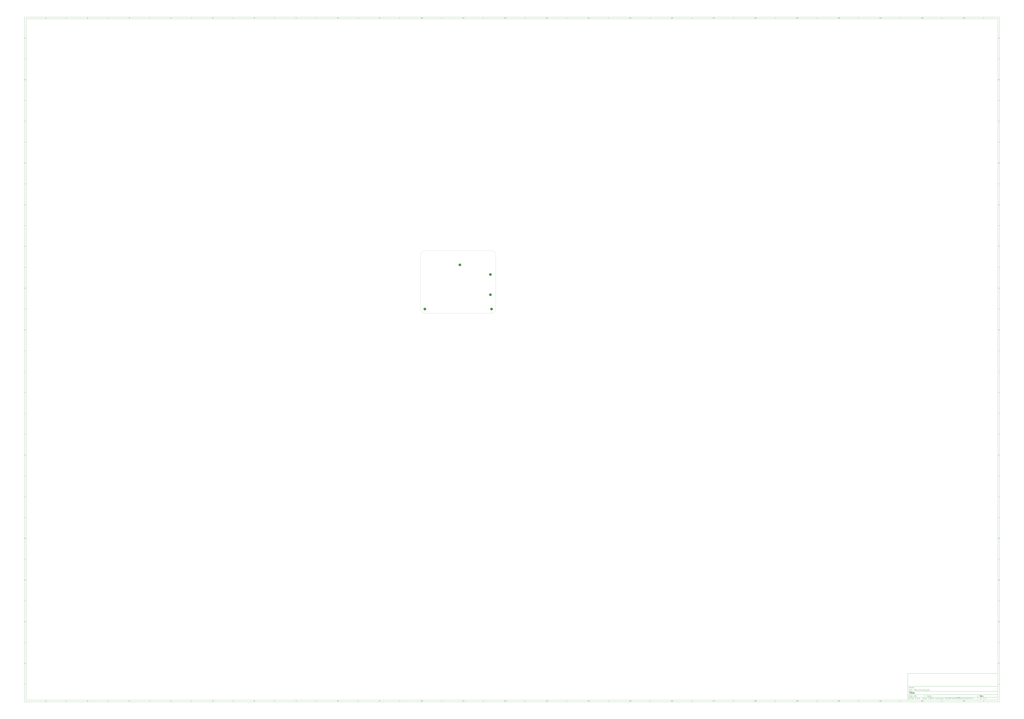
<source format=gbr>
%TF.GenerationSoftware,KiCad,Pcbnew,5.99.0-unknown-912657dd23~106~ubuntu20.04.1*%
%TF.CreationDate,2021-01-02T16:17:54+03:00*%
%TF.ProjectId,CM4_2,434d345f-322e-46b6-9963-61645f706362,rev?*%
%TF.SameCoordinates,PX1ce88340PY15c17540*%
%TF.FileFunction,Profile,NP*%
%FSLAX46Y46*%
G04 Gerber Fmt 4.6, Leading zero omitted, Abs format (unit mm)*
G04 Created by KiCad (PCBNEW 5.99.0-unknown-912657dd23~106~ubuntu20.04.1) date 2021-01-02 16:17:54*
%MOMM*%
%LPD*%
G01*
G04 APERTURE LIST*
%ADD10C,0.100000*%
%ADD11C,0.150000*%
%ADD12C,0.300000*%
%ADD13C,0.400000*%
%TA.AperFunction,Profile*%
%ADD14C,0.100000*%
%TD*%
%TA.AperFunction,Profile*%
%ADD15C,1.650000*%
%TD*%
G04 APERTURE END LIST*
D10*
D11*
X583999400Y-431994000D02*
X583999400Y-463994000D01*
X691999400Y-463994000D01*
X691999400Y-431994000D01*
X583999400Y-431994000D01*
D10*
D11*
X-475000000Y355000000D02*
X-475000000Y-465994000D01*
X693999400Y-465994000D01*
X693999400Y355000000D01*
X-475000000Y355000000D01*
D10*
D11*
X-473000000Y353000000D02*
X-473000000Y-463994000D01*
X691999400Y-463994000D01*
X691999400Y353000000D01*
X-473000000Y353000000D01*
D10*
D11*
X-425000000Y353000000D02*
X-425000000Y355000000D01*
D10*
D11*
X-375000000Y353000000D02*
X-375000000Y355000000D01*
D10*
D11*
X-325000000Y353000000D02*
X-325000000Y355000000D01*
D10*
D11*
X-275000000Y353000000D02*
X-275000000Y355000000D01*
D10*
D11*
X-225000000Y353000000D02*
X-225000000Y355000000D01*
D10*
D11*
X-175000000Y353000000D02*
X-175000000Y355000000D01*
D10*
D11*
X-125000000Y353000000D02*
X-125000000Y355000000D01*
D10*
D11*
X-75000000Y353000000D02*
X-75000000Y355000000D01*
D10*
D11*
X-25000000Y353000000D02*
X-25000000Y355000000D01*
D10*
D11*
X25000000Y353000000D02*
X25000000Y355000000D01*
D10*
D11*
X75000000Y353000000D02*
X75000000Y355000000D01*
D10*
D11*
X125000000Y353000000D02*
X125000000Y355000000D01*
D10*
D11*
X175000000Y353000000D02*
X175000000Y355000000D01*
D10*
D11*
X225000000Y353000000D02*
X225000000Y355000000D01*
D10*
D11*
X275000000Y353000000D02*
X275000000Y355000000D01*
D10*
D11*
X325000000Y353000000D02*
X325000000Y355000000D01*
D10*
D11*
X375000000Y353000000D02*
X375000000Y355000000D01*
D10*
D11*
X425000000Y353000000D02*
X425000000Y355000000D01*
D10*
D11*
X475000000Y353000000D02*
X475000000Y355000000D01*
D10*
D11*
X525000000Y353000000D02*
X525000000Y355000000D01*
D10*
D11*
X575000000Y353000000D02*
X575000000Y355000000D01*
D10*
D11*
X625000000Y353000000D02*
X625000000Y355000000D01*
D10*
D11*
X675000000Y353000000D02*
X675000000Y355000000D01*
D10*
D11*
X-448934524Y353411905D02*
X-449677381Y353411905D01*
X-449305953Y353411905D02*
X-449305953Y354711905D01*
X-449429762Y354526191D01*
X-449553572Y354402381D01*
X-449677381Y354340477D01*
D10*
D11*
X-399677381Y354588096D02*
X-399615477Y354650000D01*
X-399491667Y354711905D01*
X-399182143Y354711905D01*
X-399058334Y354650000D01*
X-398996429Y354588096D01*
X-398934524Y354464286D01*
X-398934524Y354340477D01*
X-398996429Y354154762D01*
X-399739286Y353411905D01*
X-398934524Y353411905D01*
D10*
D11*
X-349739286Y354711905D02*
X-348934524Y354711905D01*
X-349367858Y354216667D01*
X-349182143Y354216667D01*
X-349058334Y354154762D01*
X-348996429Y354092858D01*
X-348934524Y353969048D01*
X-348934524Y353659524D01*
X-348996429Y353535715D01*
X-349058334Y353473810D01*
X-349182143Y353411905D01*
X-349553572Y353411905D01*
X-349677381Y353473810D01*
X-349739286Y353535715D01*
D10*
D11*
X-299058334Y354278572D02*
X-299058334Y353411905D01*
X-299367858Y354773810D02*
X-299677381Y353845239D01*
X-298872620Y353845239D01*
D10*
D11*
X-248996429Y354711905D02*
X-249615477Y354711905D01*
X-249677381Y354092858D01*
X-249615477Y354154762D01*
X-249491667Y354216667D01*
X-249182143Y354216667D01*
X-249058334Y354154762D01*
X-248996429Y354092858D01*
X-248934524Y353969048D01*
X-248934524Y353659524D01*
X-248996429Y353535715D01*
X-249058334Y353473810D01*
X-249182143Y353411905D01*
X-249491667Y353411905D01*
X-249615477Y353473810D01*
X-249677381Y353535715D01*
D10*
D11*
X-199058334Y354711905D02*
X-199305953Y354711905D01*
X-199429762Y354650000D01*
X-199491667Y354588096D01*
X-199615477Y354402381D01*
X-199677381Y354154762D01*
X-199677381Y353659524D01*
X-199615477Y353535715D01*
X-199553572Y353473810D01*
X-199429762Y353411905D01*
X-199182143Y353411905D01*
X-199058334Y353473810D01*
X-198996429Y353535715D01*
X-198934524Y353659524D01*
X-198934524Y353969048D01*
X-198996429Y354092858D01*
X-199058334Y354154762D01*
X-199182143Y354216667D01*
X-199429762Y354216667D01*
X-199553572Y354154762D01*
X-199615477Y354092858D01*
X-199677381Y353969048D01*
D10*
D11*
X-149739286Y354711905D02*
X-148872620Y354711905D01*
X-149429762Y353411905D01*
D10*
D11*
X-99429762Y354154762D02*
X-99553572Y354216667D01*
X-99615477Y354278572D01*
X-99677381Y354402381D01*
X-99677381Y354464286D01*
X-99615477Y354588096D01*
X-99553572Y354650000D01*
X-99429762Y354711905D01*
X-99182143Y354711905D01*
X-99058334Y354650000D01*
X-98996429Y354588096D01*
X-98934524Y354464286D01*
X-98934524Y354402381D01*
X-98996429Y354278572D01*
X-99058334Y354216667D01*
X-99182143Y354154762D01*
X-99429762Y354154762D01*
X-99553572Y354092858D01*
X-99615477Y354030953D01*
X-99677381Y353907143D01*
X-99677381Y353659524D01*
X-99615477Y353535715D01*
X-99553572Y353473810D01*
X-99429762Y353411905D01*
X-99182143Y353411905D01*
X-99058334Y353473810D01*
X-98996429Y353535715D01*
X-98934524Y353659524D01*
X-98934524Y353907143D01*
X-98996429Y354030953D01*
X-99058334Y354092858D01*
X-99182143Y354154762D01*
D10*
D11*
X-49553572Y353411905D02*
X-49305953Y353411905D01*
X-49182143Y353473810D01*
X-49120239Y353535715D01*
X-48996429Y353721429D01*
X-48934524Y353969048D01*
X-48934524Y354464286D01*
X-48996429Y354588096D01*
X-49058334Y354650000D01*
X-49182143Y354711905D01*
X-49429762Y354711905D01*
X-49553572Y354650000D01*
X-49615477Y354588096D01*
X-49677381Y354464286D01*
X-49677381Y354154762D01*
X-49615477Y354030953D01*
X-49553572Y353969048D01*
X-49429762Y353907143D01*
X-49182143Y353907143D01*
X-49058334Y353969048D01*
X-48996429Y354030953D01*
X-48934524Y354154762D01*
D10*
D11*
X1065476Y353411905D02*
X322619Y353411905D01*
X694047Y353411905D02*
X694047Y354711905D01*
X570238Y354526191D01*
X446428Y354402381D01*
X322619Y354340477D01*
X1870238Y354711905D02*
X1994047Y354711905D01*
X2117857Y354650000D01*
X2179761Y354588096D01*
X2241666Y354464286D01*
X2303571Y354216667D01*
X2303571Y353907143D01*
X2241666Y353659524D01*
X2179761Y353535715D01*
X2117857Y353473810D01*
X1994047Y353411905D01*
X1870238Y353411905D01*
X1746428Y353473810D01*
X1684523Y353535715D01*
X1622619Y353659524D01*
X1560714Y353907143D01*
X1560714Y354216667D01*
X1622619Y354464286D01*
X1684523Y354588096D01*
X1746428Y354650000D01*
X1870238Y354711905D01*
D10*
D11*
X51065476Y353411905D02*
X50322619Y353411905D01*
X50694047Y353411905D02*
X50694047Y354711905D01*
X50570238Y354526191D01*
X50446428Y354402381D01*
X50322619Y354340477D01*
X52303571Y353411905D02*
X51560714Y353411905D01*
X51932142Y353411905D02*
X51932142Y354711905D01*
X51808333Y354526191D01*
X51684523Y354402381D01*
X51560714Y354340477D01*
D10*
D11*
X101065476Y353411905D02*
X100322619Y353411905D01*
X100694047Y353411905D02*
X100694047Y354711905D01*
X100570238Y354526191D01*
X100446428Y354402381D01*
X100322619Y354340477D01*
X101560714Y354588096D02*
X101622619Y354650000D01*
X101746428Y354711905D01*
X102055952Y354711905D01*
X102179761Y354650000D01*
X102241666Y354588096D01*
X102303571Y354464286D01*
X102303571Y354340477D01*
X102241666Y354154762D01*
X101498809Y353411905D01*
X102303571Y353411905D01*
D10*
D11*
X151065476Y353411905D02*
X150322619Y353411905D01*
X150694047Y353411905D02*
X150694047Y354711905D01*
X150570238Y354526191D01*
X150446428Y354402381D01*
X150322619Y354340477D01*
X151498809Y354711905D02*
X152303571Y354711905D01*
X151870238Y354216667D01*
X152055952Y354216667D01*
X152179761Y354154762D01*
X152241666Y354092858D01*
X152303571Y353969048D01*
X152303571Y353659524D01*
X152241666Y353535715D01*
X152179761Y353473810D01*
X152055952Y353411905D01*
X151684523Y353411905D01*
X151560714Y353473810D01*
X151498809Y353535715D01*
D10*
D11*
X201065476Y353411905D02*
X200322619Y353411905D01*
X200694047Y353411905D02*
X200694047Y354711905D01*
X200570238Y354526191D01*
X200446428Y354402381D01*
X200322619Y354340477D01*
X202179761Y354278572D02*
X202179761Y353411905D01*
X201870238Y354773810D02*
X201560714Y353845239D01*
X202365476Y353845239D01*
D10*
D11*
X251065476Y353411905D02*
X250322619Y353411905D01*
X250694047Y353411905D02*
X250694047Y354711905D01*
X250570238Y354526191D01*
X250446428Y354402381D01*
X250322619Y354340477D01*
X252241666Y354711905D02*
X251622619Y354711905D01*
X251560714Y354092858D01*
X251622619Y354154762D01*
X251746428Y354216667D01*
X252055952Y354216667D01*
X252179761Y354154762D01*
X252241666Y354092858D01*
X252303571Y353969048D01*
X252303571Y353659524D01*
X252241666Y353535715D01*
X252179761Y353473810D01*
X252055952Y353411905D01*
X251746428Y353411905D01*
X251622619Y353473810D01*
X251560714Y353535715D01*
D10*
D11*
X301065476Y353411905D02*
X300322619Y353411905D01*
X300694047Y353411905D02*
X300694047Y354711905D01*
X300570238Y354526191D01*
X300446428Y354402381D01*
X300322619Y354340477D01*
X302179761Y354711905D02*
X301932142Y354711905D01*
X301808333Y354650000D01*
X301746428Y354588096D01*
X301622619Y354402381D01*
X301560714Y354154762D01*
X301560714Y353659524D01*
X301622619Y353535715D01*
X301684523Y353473810D01*
X301808333Y353411905D01*
X302055952Y353411905D01*
X302179761Y353473810D01*
X302241666Y353535715D01*
X302303571Y353659524D01*
X302303571Y353969048D01*
X302241666Y354092858D01*
X302179761Y354154762D01*
X302055952Y354216667D01*
X301808333Y354216667D01*
X301684523Y354154762D01*
X301622619Y354092858D01*
X301560714Y353969048D01*
D10*
D11*
X351065476Y353411905D02*
X350322619Y353411905D01*
X350694047Y353411905D02*
X350694047Y354711905D01*
X350570238Y354526191D01*
X350446428Y354402381D01*
X350322619Y354340477D01*
X351498809Y354711905D02*
X352365476Y354711905D01*
X351808333Y353411905D01*
D10*
D11*
X401065476Y353411905D02*
X400322619Y353411905D01*
X400694047Y353411905D02*
X400694047Y354711905D01*
X400570238Y354526191D01*
X400446428Y354402381D01*
X400322619Y354340477D01*
X401808333Y354154762D02*
X401684523Y354216667D01*
X401622619Y354278572D01*
X401560714Y354402381D01*
X401560714Y354464286D01*
X401622619Y354588096D01*
X401684523Y354650000D01*
X401808333Y354711905D01*
X402055952Y354711905D01*
X402179761Y354650000D01*
X402241666Y354588096D01*
X402303571Y354464286D01*
X402303571Y354402381D01*
X402241666Y354278572D01*
X402179761Y354216667D01*
X402055952Y354154762D01*
X401808333Y354154762D01*
X401684523Y354092858D01*
X401622619Y354030953D01*
X401560714Y353907143D01*
X401560714Y353659524D01*
X401622619Y353535715D01*
X401684523Y353473810D01*
X401808333Y353411905D01*
X402055952Y353411905D01*
X402179761Y353473810D01*
X402241666Y353535715D01*
X402303571Y353659524D01*
X402303571Y353907143D01*
X402241666Y354030953D01*
X402179761Y354092858D01*
X402055952Y354154762D01*
D10*
D11*
X451065476Y353411905D02*
X450322619Y353411905D01*
X450694047Y353411905D02*
X450694047Y354711905D01*
X450570238Y354526191D01*
X450446428Y354402381D01*
X450322619Y354340477D01*
X451684523Y353411905D02*
X451932142Y353411905D01*
X452055952Y353473810D01*
X452117857Y353535715D01*
X452241666Y353721429D01*
X452303571Y353969048D01*
X452303571Y354464286D01*
X452241666Y354588096D01*
X452179761Y354650000D01*
X452055952Y354711905D01*
X451808333Y354711905D01*
X451684523Y354650000D01*
X451622619Y354588096D01*
X451560714Y354464286D01*
X451560714Y354154762D01*
X451622619Y354030953D01*
X451684523Y353969048D01*
X451808333Y353907143D01*
X452055952Y353907143D01*
X452179761Y353969048D01*
X452241666Y354030953D01*
X452303571Y354154762D01*
D10*
D11*
X500322619Y354588096D02*
X500384523Y354650000D01*
X500508333Y354711905D01*
X500817857Y354711905D01*
X500941666Y354650000D01*
X501003571Y354588096D01*
X501065476Y354464286D01*
X501065476Y354340477D01*
X501003571Y354154762D01*
X500260714Y353411905D01*
X501065476Y353411905D01*
X501870238Y354711905D02*
X501994047Y354711905D01*
X502117857Y354650000D01*
X502179761Y354588096D01*
X502241666Y354464286D01*
X502303571Y354216667D01*
X502303571Y353907143D01*
X502241666Y353659524D01*
X502179761Y353535715D01*
X502117857Y353473810D01*
X501994047Y353411905D01*
X501870238Y353411905D01*
X501746428Y353473810D01*
X501684523Y353535715D01*
X501622619Y353659524D01*
X501560714Y353907143D01*
X501560714Y354216667D01*
X501622619Y354464286D01*
X501684523Y354588096D01*
X501746428Y354650000D01*
X501870238Y354711905D01*
D10*
D11*
X550322619Y354588096D02*
X550384523Y354650000D01*
X550508333Y354711905D01*
X550817857Y354711905D01*
X550941666Y354650000D01*
X551003571Y354588096D01*
X551065476Y354464286D01*
X551065476Y354340477D01*
X551003571Y354154762D01*
X550260714Y353411905D01*
X551065476Y353411905D01*
X552303571Y353411905D02*
X551560714Y353411905D01*
X551932142Y353411905D02*
X551932142Y354711905D01*
X551808333Y354526191D01*
X551684523Y354402381D01*
X551560714Y354340477D01*
D10*
D11*
X600322619Y354588096D02*
X600384523Y354650000D01*
X600508333Y354711905D01*
X600817857Y354711905D01*
X600941666Y354650000D01*
X601003571Y354588096D01*
X601065476Y354464286D01*
X601065476Y354340477D01*
X601003571Y354154762D01*
X600260714Y353411905D01*
X601065476Y353411905D01*
X601560714Y354588096D02*
X601622619Y354650000D01*
X601746428Y354711905D01*
X602055952Y354711905D01*
X602179761Y354650000D01*
X602241666Y354588096D01*
X602303571Y354464286D01*
X602303571Y354340477D01*
X602241666Y354154762D01*
X601498809Y353411905D01*
X602303571Y353411905D01*
D10*
D11*
X650322619Y354588096D02*
X650384523Y354650000D01*
X650508333Y354711905D01*
X650817857Y354711905D01*
X650941666Y354650000D01*
X651003571Y354588096D01*
X651065476Y354464286D01*
X651065476Y354340477D01*
X651003571Y354154762D01*
X650260714Y353411905D01*
X651065476Y353411905D01*
X651498809Y354711905D02*
X652303571Y354711905D01*
X651870238Y354216667D01*
X652055952Y354216667D01*
X652179761Y354154762D01*
X652241666Y354092858D01*
X652303571Y353969048D01*
X652303571Y353659524D01*
X652241666Y353535715D01*
X652179761Y353473810D01*
X652055952Y353411905D01*
X651684523Y353411905D01*
X651560714Y353473810D01*
X651498809Y353535715D01*
D10*
D11*
X-425000000Y-463994000D02*
X-425000000Y-465994000D01*
D10*
D11*
X-375000000Y-463994000D02*
X-375000000Y-465994000D01*
D10*
D11*
X-325000000Y-463994000D02*
X-325000000Y-465994000D01*
D10*
D11*
X-275000000Y-463994000D02*
X-275000000Y-465994000D01*
D10*
D11*
X-225000000Y-463994000D02*
X-225000000Y-465994000D01*
D10*
D11*
X-175000000Y-463994000D02*
X-175000000Y-465994000D01*
D10*
D11*
X-125000000Y-463994000D02*
X-125000000Y-465994000D01*
D10*
D11*
X-75000000Y-463994000D02*
X-75000000Y-465994000D01*
D10*
D11*
X-25000000Y-463994000D02*
X-25000000Y-465994000D01*
D10*
D11*
X25000000Y-463994000D02*
X25000000Y-465994000D01*
D10*
D11*
X75000000Y-463994000D02*
X75000000Y-465994000D01*
D10*
D11*
X125000000Y-463994000D02*
X125000000Y-465994000D01*
D10*
D11*
X175000000Y-463994000D02*
X175000000Y-465994000D01*
D10*
D11*
X225000000Y-463994000D02*
X225000000Y-465994000D01*
D10*
D11*
X275000000Y-463994000D02*
X275000000Y-465994000D01*
D10*
D11*
X325000000Y-463994000D02*
X325000000Y-465994000D01*
D10*
D11*
X375000000Y-463994000D02*
X375000000Y-465994000D01*
D10*
D11*
X425000000Y-463994000D02*
X425000000Y-465994000D01*
D10*
D11*
X475000000Y-463994000D02*
X475000000Y-465994000D01*
D10*
D11*
X525000000Y-463994000D02*
X525000000Y-465994000D01*
D10*
D11*
X575000000Y-463994000D02*
X575000000Y-465994000D01*
D10*
D11*
X625000000Y-463994000D02*
X625000000Y-465994000D01*
D10*
D11*
X675000000Y-463994000D02*
X675000000Y-465994000D01*
D10*
D11*
X-448934524Y-465582095D02*
X-449677381Y-465582095D01*
X-449305953Y-465582095D02*
X-449305953Y-464282095D01*
X-449429762Y-464467809D01*
X-449553572Y-464591619D01*
X-449677381Y-464653523D01*
D10*
D11*
X-399677381Y-464405904D02*
X-399615477Y-464344000D01*
X-399491667Y-464282095D01*
X-399182143Y-464282095D01*
X-399058334Y-464344000D01*
X-398996429Y-464405904D01*
X-398934524Y-464529714D01*
X-398934524Y-464653523D01*
X-398996429Y-464839238D01*
X-399739286Y-465582095D01*
X-398934524Y-465582095D01*
D10*
D11*
X-349739286Y-464282095D02*
X-348934524Y-464282095D01*
X-349367858Y-464777333D01*
X-349182143Y-464777333D01*
X-349058334Y-464839238D01*
X-348996429Y-464901142D01*
X-348934524Y-465024952D01*
X-348934524Y-465334476D01*
X-348996429Y-465458285D01*
X-349058334Y-465520190D01*
X-349182143Y-465582095D01*
X-349553572Y-465582095D01*
X-349677381Y-465520190D01*
X-349739286Y-465458285D01*
D10*
D11*
X-299058334Y-464715428D02*
X-299058334Y-465582095D01*
X-299367858Y-464220190D02*
X-299677381Y-465148761D01*
X-298872620Y-465148761D01*
D10*
D11*
X-248996429Y-464282095D02*
X-249615477Y-464282095D01*
X-249677381Y-464901142D01*
X-249615477Y-464839238D01*
X-249491667Y-464777333D01*
X-249182143Y-464777333D01*
X-249058334Y-464839238D01*
X-248996429Y-464901142D01*
X-248934524Y-465024952D01*
X-248934524Y-465334476D01*
X-248996429Y-465458285D01*
X-249058334Y-465520190D01*
X-249182143Y-465582095D01*
X-249491667Y-465582095D01*
X-249615477Y-465520190D01*
X-249677381Y-465458285D01*
D10*
D11*
X-199058334Y-464282095D02*
X-199305953Y-464282095D01*
X-199429762Y-464344000D01*
X-199491667Y-464405904D01*
X-199615477Y-464591619D01*
X-199677381Y-464839238D01*
X-199677381Y-465334476D01*
X-199615477Y-465458285D01*
X-199553572Y-465520190D01*
X-199429762Y-465582095D01*
X-199182143Y-465582095D01*
X-199058334Y-465520190D01*
X-198996429Y-465458285D01*
X-198934524Y-465334476D01*
X-198934524Y-465024952D01*
X-198996429Y-464901142D01*
X-199058334Y-464839238D01*
X-199182143Y-464777333D01*
X-199429762Y-464777333D01*
X-199553572Y-464839238D01*
X-199615477Y-464901142D01*
X-199677381Y-465024952D01*
D10*
D11*
X-149739286Y-464282095D02*
X-148872620Y-464282095D01*
X-149429762Y-465582095D01*
D10*
D11*
X-99429762Y-464839238D02*
X-99553572Y-464777333D01*
X-99615477Y-464715428D01*
X-99677381Y-464591619D01*
X-99677381Y-464529714D01*
X-99615477Y-464405904D01*
X-99553572Y-464344000D01*
X-99429762Y-464282095D01*
X-99182143Y-464282095D01*
X-99058334Y-464344000D01*
X-98996429Y-464405904D01*
X-98934524Y-464529714D01*
X-98934524Y-464591619D01*
X-98996429Y-464715428D01*
X-99058334Y-464777333D01*
X-99182143Y-464839238D01*
X-99429762Y-464839238D01*
X-99553572Y-464901142D01*
X-99615477Y-464963047D01*
X-99677381Y-465086857D01*
X-99677381Y-465334476D01*
X-99615477Y-465458285D01*
X-99553572Y-465520190D01*
X-99429762Y-465582095D01*
X-99182143Y-465582095D01*
X-99058334Y-465520190D01*
X-98996429Y-465458285D01*
X-98934524Y-465334476D01*
X-98934524Y-465086857D01*
X-98996429Y-464963047D01*
X-99058334Y-464901142D01*
X-99182143Y-464839238D01*
D10*
D11*
X-49553572Y-465582095D02*
X-49305953Y-465582095D01*
X-49182143Y-465520190D01*
X-49120239Y-465458285D01*
X-48996429Y-465272571D01*
X-48934524Y-465024952D01*
X-48934524Y-464529714D01*
X-48996429Y-464405904D01*
X-49058334Y-464344000D01*
X-49182143Y-464282095D01*
X-49429762Y-464282095D01*
X-49553572Y-464344000D01*
X-49615477Y-464405904D01*
X-49677381Y-464529714D01*
X-49677381Y-464839238D01*
X-49615477Y-464963047D01*
X-49553572Y-465024952D01*
X-49429762Y-465086857D01*
X-49182143Y-465086857D01*
X-49058334Y-465024952D01*
X-48996429Y-464963047D01*
X-48934524Y-464839238D01*
D10*
D11*
X1065476Y-465582095D02*
X322619Y-465582095D01*
X694047Y-465582095D02*
X694047Y-464282095D01*
X570238Y-464467809D01*
X446428Y-464591619D01*
X322619Y-464653523D01*
X1870238Y-464282095D02*
X1994047Y-464282095D01*
X2117857Y-464344000D01*
X2179761Y-464405904D01*
X2241666Y-464529714D01*
X2303571Y-464777333D01*
X2303571Y-465086857D01*
X2241666Y-465334476D01*
X2179761Y-465458285D01*
X2117857Y-465520190D01*
X1994047Y-465582095D01*
X1870238Y-465582095D01*
X1746428Y-465520190D01*
X1684523Y-465458285D01*
X1622619Y-465334476D01*
X1560714Y-465086857D01*
X1560714Y-464777333D01*
X1622619Y-464529714D01*
X1684523Y-464405904D01*
X1746428Y-464344000D01*
X1870238Y-464282095D01*
D10*
D11*
X51065476Y-465582095D02*
X50322619Y-465582095D01*
X50694047Y-465582095D02*
X50694047Y-464282095D01*
X50570238Y-464467809D01*
X50446428Y-464591619D01*
X50322619Y-464653523D01*
X52303571Y-465582095D02*
X51560714Y-465582095D01*
X51932142Y-465582095D02*
X51932142Y-464282095D01*
X51808333Y-464467809D01*
X51684523Y-464591619D01*
X51560714Y-464653523D01*
D10*
D11*
X101065476Y-465582095D02*
X100322619Y-465582095D01*
X100694047Y-465582095D02*
X100694047Y-464282095D01*
X100570238Y-464467809D01*
X100446428Y-464591619D01*
X100322619Y-464653523D01*
X101560714Y-464405904D02*
X101622619Y-464344000D01*
X101746428Y-464282095D01*
X102055952Y-464282095D01*
X102179761Y-464344000D01*
X102241666Y-464405904D01*
X102303571Y-464529714D01*
X102303571Y-464653523D01*
X102241666Y-464839238D01*
X101498809Y-465582095D01*
X102303571Y-465582095D01*
D10*
D11*
X151065476Y-465582095D02*
X150322619Y-465582095D01*
X150694047Y-465582095D02*
X150694047Y-464282095D01*
X150570238Y-464467809D01*
X150446428Y-464591619D01*
X150322619Y-464653523D01*
X151498809Y-464282095D02*
X152303571Y-464282095D01*
X151870238Y-464777333D01*
X152055952Y-464777333D01*
X152179761Y-464839238D01*
X152241666Y-464901142D01*
X152303571Y-465024952D01*
X152303571Y-465334476D01*
X152241666Y-465458285D01*
X152179761Y-465520190D01*
X152055952Y-465582095D01*
X151684523Y-465582095D01*
X151560714Y-465520190D01*
X151498809Y-465458285D01*
D10*
D11*
X201065476Y-465582095D02*
X200322619Y-465582095D01*
X200694047Y-465582095D02*
X200694047Y-464282095D01*
X200570238Y-464467809D01*
X200446428Y-464591619D01*
X200322619Y-464653523D01*
X202179761Y-464715428D02*
X202179761Y-465582095D01*
X201870238Y-464220190D02*
X201560714Y-465148761D01*
X202365476Y-465148761D01*
D10*
D11*
X251065476Y-465582095D02*
X250322619Y-465582095D01*
X250694047Y-465582095D02*
X250694047Y-464282095D01*
X250570238Y-464467809D01*
X250446428Y-464591619D01*
X250322619Y-464653523D01*
X252241666Y-464282095D02*
X251622619Y-464282095D01*
X251560714Y-464901142D01*
X251622619Y-464839238D01*
X251746428Y-464777333D01*
X252055952Y-464777333D01*
X252179761Y-464839238D01*
X252241666Y-464901142D01*
X252303571Y-465024952D01*
X252303571Y-465334476D01*
X252241666Y-465458285D01*
X252179761Y-465520190D01*
X252055952Y-465582095D01*
X251746428Y-465582095D01*
X251622619Y-465520190D01*
X251560714Y-465458285D01*
D10*
D11*
X301065476Y-465582095D02*
X300322619Y-465582095D01*
X300694047Y-465582095D02*
X300694047Y-464282095D01*
X300570238Y-464467809D01*
X300446428Y-464591619D01*
X300322619Y-464653523D01*
X302179761Y-464282095D02*
X301932142Y-464282095D01*
X301808333Y-464344000D01*
X301746428Y-464405904D01*
X301622619Y-464591619D01*
X301560714Y-464839238D01*
X301560714Y-465334476D01*
X301622619Y-465458285D01*
X301684523Y-465520190D01*
X301808333Y-465582095D01*
X302055952Y-465582095D01*
X302179761Y-465520190D01*
X302241666Y-465458285D01*
X302303571Y-465334476D01*
X302303571Y-465024952D01*
X302241666Y-464901142D01*
X302179761Y-464839238D01*
X302055952Y-464777333D01*
X301808333Y-464777333D01*
X301684523Y-464839238D01*
X301622619Y-464901142D01*
X301560714Y-465024952D01*
D10*
D11*
X351065476Y-465582095D02*
X350322619Y-465582095D01*
X350694047Y-465582095D02*
X350694047Y-464282095D01*
X350570238Y-464467809D01*
X350446428Y-464591619D01*
X350322619Y-464653523D01*
X351498809Y-464282095D02*
X352365476Y-464282095D01*
X351808333Y-465582095D01*
D10*
D11*
X401065476Y-465582095D02*
X400322619Y-465582095D01*
X400694047Y-465582095D02*
X400694047Y-464282095D01*
X400570238Y-464467809D01*
X400446428Y-464591619D01*
X400322619Y-464653523D01*
X401808333Y-464839238D02*
X401684523Y-464777333D01*
X401622619Y-464715428D01*
X401560714Y-464591619D01*
X401560714Y-464529714D01*
X401622619Y-464405904D01*
X401684523Y-464344000D01*
X401808333Y-464282095D01*
X402055952Y-464282095D01*
X402179761Y-464344000D01*
X402241666Y-464405904D01*
X402303571Y-464529714D01*
X402303571Y-464591619D01*
X402241666Y-464715428D01*
X402179761Y-464777333D01*
X402055952Y-464839238D01*
X401808333Y-464839238D01*
X401684523Y-464901142D01*
X401622619Y-464963047D01*
X401560714Y-465086857D01*
X401560714Y-465334476D01*
X401622619Y-465458285D01*
X401684523Y-465520190D01*
X401808333Y-465582095D01*
X402055952Y-465582095D01*
X402179761Y-465520190D01*
X402241666Y-465458285D01*
X402303571Y-465334476D01*
X402303571Y-465086857D01*
X402241666Y-464963047D01*
X402179761Y-464901142D01*
X402055952Y-464839238D01*
D10*
D11*
X451065476Y-465582095D02*
X450322619Y-465582095D01*
X450694047Y-465582095D02*
X450694047Y-464282095D01*
X450570238Y-464467809D01*
X450446428Y-464591619D01*
X450322619Y-464653523D01*
X451684523Y-465582095D02*
X451932142Y-465582095D01*
X452055952Y-465520190D01*
X452117857Y-465458285D01*
X452241666Y-465272571D01*
X452303571Y-465024952D01*
X452303571Y-464529714D01*
X452241666Y-464405904D01*
X452179761Y-464344000D01*
X452055952Y-464282095D01*
X451808333Y-464282095D01*
X451684523Y-464344000D01*
X451622619Y-464405904D01*
X451560714Y-464529714D01*
X451560714Y-464839238D01*
X451622619Y-464963047D01*
X451684523Y-465024952D01*
X451808333Y-465086857D01*
X452055952Y-465086857D01*
X452179761Y-465024952D01*
X452241666Y-464963047D01*
X452303571Y-464839238D01*
D10*
D11*
X500322619Y-464405904D02*
X500384523Y-464344000D01*
X500508333Y-464282095D01*
X500817857Y-464282095D01*
X500941666Y-464344000D01*
X501003571Y-464405904D01*
X501065476Y-464529714D01*
X501065476Y-464653523D01*
X501003571Y-464839238D01*
X500260714Y-465582095D01*
X501065476Y-465582095D01*
X501870238Y-464282095D02*
X501994047Y-464282095D01*
X502117857Y-464344000D01*
X502179761Y-464405904D01*
X502241666Y-464529714D01*
X502303571Y-464777333D01*
X502303571Y-465086857D01*
X502241666Y-465334476D01*
X502179761Y-465458285D01*
X502117857Y-465520190D01*
X501994047Y-465582095D01*
X501870238Y-465582095D01*
X501746428Y-465520190D01*
X501684523Y-465458285D01*
X501622619Y-465334476D01*
X501560714Y-465086857D01*
X501560714Y-464777333D01*
X501622619Y-464529714D01*
X501684523Y-464405904D01*
X501746428Y-464344000D01*
X501870238Y-464282095D01*
D10*
D11*
X550322619Y-464405904D02*
X550384523Y-464344000D01*
X550508333Y-464282095D01*
X550817857Y-464282095D01*
X550941666Y-464344000D01*
X551003571Y-464405904D01*
X551065476Y-464529714D01*
X551065476Y-464653523D01*
X551003571Y-464839238D01*
X550260714Y-465582095D01*
X551065476Y-465582095D01*
X552303571Y-465582095D02*
X551560714Y-465582095D01*
X551932142Y-465582095D02*
X551932142Y-464282095D01*
X551808333Y-464467809D01*
X551684523Y-464591619D01*
X551560714Y-464653523D01*
D10*
D11*
X600322619Y-464405904D02*
X600384523Y-464344000D01*
X600508333Y-464282095D01*
X600817857Y-464282095D01*
X600941666Y-464344000D01*
X601003571Y-464405904D01*
X601065476Y-464529714D01*
X601065476Y-464653523D01*
X601003571Y-464839238D01*
X600260714Y-465582095D01*
X601065476Y-465582095D01*
X601560714Y-464405904D02*
X601622619Y-464344000D01*
X601746428Y-464282095D01*
X602055952Y-464282095D01*
X602179761Y-464344000D01*
X602241666Y-464405904D01*
X602303571Y-464529714D01*
X602303571Y-464653523D01*
X602241666Y-464839238D01*
X601498809Y-465582095D01*
X602303571Y-465582095D01*
D10*
D11*
X650322619Y-464405904D02*
X650384523Y-464344000D01*
X650508333Y-464282095D01*
X650817857Y-464282095D01*
X650941666Y-464344000D01*
X651003571Y-464405904D01*
X651065476Y-464529714D01*
X651065476Y-464653523D01*
X651003571Y-464839238D01*
X650260714Y-465582095D01*
X651065476Y-465582095D01*
X651498809Y-464282095D02*
X652303571Y-464282095D01*
X651870238Y-464777333D01*
X652055952Y-464777333D01*
X652179761Y-464839238D01*
X652241666Y-464901142D01*
X652303571Y-465024952D01*
X652303571Y-465334476D01*
X652241666Y-465458285D01*
X652179761Y-465520190D01*
X652055952Y-465582095D01*
X651684523Y-465582095D01*
X651560714Y-465520190D01*
X651498809Y-465458285D01*
D10*
D11*
X-475000000Y305000000D02*
X-473000000Y305000000D01*
D10*
D11*
X-475000000Y255000000D02*
X-473000000Y255000000D01*
D10*
D11*
X-475000000Y205000000D02*
X-473000000Y205000000D01*
D10*
D11*
X-475000000Y155000000D02*
X-473000000Y155000000D01*
D10*
D11*
X-475000000Y105000000D02*
X-473000000Y105000000D01*
D10*
D11*
X-475000000Y55000000D02*
X-473000000Y55000000D01*
D10*
D11*
X-475000000Y5000000D02*
X-473000000Y5000000D01*
D10*
D11*
X-475000000Y-45000000D02*
X-473000000Y-45000000D01*
D10*
D11*
X-475000000Y-95000000D02*
X-473000000Y-95000000D01*
D10*
D11*
X-475000000Y-145000000D02*
X-473000000Y-145000000D01*
D10*
D11*
X-475000000Y-195000000D02*
X-473000000Y-195000000D01*
D10*
D11*
X-475000000Y-245000000D02*
X-473000000Y-245000000D01*
D10*
D11*
X-475000000Y-295000000D02*
X-473000000Y-295000000D01*
D10*
D11*
X-475000000Y-345000000D02*
X-473000000Y-345000000D01*
D10*
D11*
X-475000000Y-395000000D02*
X-473000000Y-395000000D01*
D10*
D11*
X-475000000Y-445000000D02*
X-473000000Y-445000000D01*
D10*
D11*
X-474309524Y329783334D02*
X-473690477Y329783334D01*
X-474433334Y329411905D02*
X-474000000Y330711905D01*
X-473566667Y329411905D01*
D10*
D11*
X-473907143Y280092858D02*
X-473721429Y280030953D01*
X-473659524Y279969048D01*
X-473597620Y279845239D01*
X-473597620Y279659524D01*
X-473659524Y279535715D01*
X-473721429Y279473810D01*
X-473845239Y279411905D01*
X-474340477Y279411905D01*
X-474340477Y280711905D01*
X-473907143Y280711905D01*
X-473783334Y280650000D01*
X-473721429Y280588096D01*
X-473659524Y280464286D01*
X-473659524Y280340477D01*
X-473721429Y280216667D01*
X-473783334Y280154762D01*
X-473907143Y280092858D01*
X-474340477Y280092858D01*
D10*
D11*
X-473597620Y229535715D02*
X-473659524Y229473810D01*
X-473845239Y229411905D01*
X-473969048Y229411905D01*
X-474154762Y229473810D01*
X-474278572Y229597620D01*
X-474340477Y229721429D01*
X-474402381Y229969048D01*
X-474402381Y230154762D01*
X-474340477Y230402381D01*
X-474278572Y230526191D01*
X-474154762Y230650000D01*
X-473969048Y230711905D01*
X-473845239Y230711905D01*
X-473659524Y230650000D01*
X-473597620Y230588096D01*
D10*
D11*
X-474340477Y179411905D02*
X-474340477Y180711905D01*
X-474030953Y180711905D01*
X-473845239Y180650000D01*
X-473721429Y180526191D01*
X-473659524Y180402381D01*
X-473597620Y180154762D01*
X-473597620Y179969048D01*
X-473659524Y179721429D01*
X-473721429Y179597620D01*
X-473845239Y179473810D01*
X-474030953Y179411905D01*
X-474340477Y179411905D01*
D10*
D11*
X-474278572Y130092858D02*
X-473845239Y130092858D01*
X-473659524Y129411905D02*
X-474278572Y129411905D01*
X-474278572Y130711905D01*
X-473659524Y130711905D01*
D10*
D11*
X-473814286Y80092858D02*
X-474247620Y80092858D01*
X-474247620Y79411905D02*
X-474247620Y80711905D01*
X-473628572Y80711905D01*
D10*
D11*
X-473659524Y30650000D02*
X-473783334Y30711905D01*
X-473969048Y30711905D01*
X-474154762Y30650000D01*
X-474278572Y30526191D01*
X-474340477Y30402381D01*
X-474402381Y30154762D01*
X-474402381Y29969048D01*
X-474340477Y29721429D01*
X-474278572Y29597620D01*
X-474154762Y29473810D01*
X-473969048Y29411905D01*
X-473845239Y29411905D01*
X-473659524Y29473810D01*
X-473597620Y29535715D01*
X-473597620Y29969048D01*
X-473845239Y29969048D01*
D10*
D11*
X-474371429Y-20588095D02*
X-474371429Y-19288095D01*
X-474371429Y-19907142D02*
X-473628572Y-19907142D01*
X-473628572Y-20588095D02*
X-473628572Y-19288095D01*
D10*
D11*
X-474000000Y-70588095D02*
X-474000000Y-69288095D01*
D10*
D11*
X-473814286Y-119288095D02*
X-473814286Y-120216666D01*
X-473876191Y-120402380D01*
X-474000000Y-120526190D01*
X-474185715Y-120588095D01*
X-474309524Y-120588095D01*
D10*
D11*
X-474340477Y-170588095D02*
X-474340477Y-169288095D01*
X-473597620Y-170588095D02*
X-474154762Y-169845238D01*
X-473597620Y-169288095D02*
X-474340477Y-170030952D01*
D10*
D11*
X-473597620Y-220588095D02*
X-474216667Y-220588095D01*
X-474216667Y-219288095D01*
D10*
D11*
X-474433334Y-270588095D02*
X-474433334Y-269288095D01*
X-474000000Y-270216666D01*
X-473566667Y-269288095D01*
X-473566667Y-270588095D01*
D10*
D11*
X-474371429Y-320588095D02*
X-474371429Y-319288095D01*
X-473628572Y-320588095D01*
X-473628572Y-319288095D01*
D10*
D11*
X-474123810Y-369288095D02*
X-473876191Y-369288095D01*
X-473752381Y-369350000D01*
X-473628572Y-369473809D01*
X-473566667Y-369721428D01*
X-473566667Y-370154761D01*
X-473628572Y-370402380D01*
X-473752381Y-370526190D01*
X-473876191Y-370588095D01*
X-474123810Y-370588095D01*
X-474247620Y-370526190D01*
X-474371429Y-370402380D01*
X-474433334Y-370154761D01*
X-474433334Y-369721428D01*
X-474371429Y-369473809D01*
X-474247620Y-369350000D01*
X-474123810Y-369288095D01*
D10*
D11*
X-474340477Y-420588095D02*
X-474340477Y-419288095D01*
X-473845239Y-419288095D01*
X-473721429Y-419350000D01*
X-473659524Y-419411904D01*
X-473597620Y-419535714D01*
X-473597620Y-419721428D01*
X-473659524Y-419845238D01*
X-473721429Y-419907142D01*
X-473845239Y-419969047D01*
X-474340477Y-419969047D01*
D10*
D11*
X693999400Y305000000D02*
X691999400Y305000000D01*
D10*
D11*
X693999400Y255000000D02*
X691999400Y255000000D01*
D10*
D11*
X693999400Y205000000D02*
X691999400Y205000000D01*
D10*
D11*
X693999400Y155000000D02*
X691999400Y155000000D01*
D10*
D11*
X693999400Y105000000D02*
X691999400Y105000000D01*
D10*
D11*
X693999400Y55000000D02*
X691999400Y55000000D01*
D10*
D11*
X693999400Y5000000D02*
X691999400Y5000000D01*
D10*
D11*
X693999400Y-45000000D02*
X691999400Y-45000000D01*
D10*
D11*
X693999400Y-95000000D02*
X691999400Y-95000000D01*
D10*
D11*
X693999400Y-145000000D02*
X691999400Y-145000000D01*
D10*
D11*
X693999400Y-195000000D02*
X691999400Y-195000000D01*
D10*
D11*
X693999400Y-245000000D02*
X691999400Y-245000000D01*
D10*
D11*
X693999400Y-295000000D02*
X691999400Y-295000000D01*
D10*
D11*
X693999400Y-345000000D02*
X691999400Y-345000000D01*
D10*
D11*
X693999400Y-395000000D02*
X691999400Y-395000000D01*
D10*
D11*
X693999400Y-445000000D02*
X691999400Y-445000000D01*
D10*
D11*
X692689876Y329783334D02*
X693308923Y329783334D01*
X692566066Y329411905D02*
X692999400Y330711905D01*
X693432733Y329411905D01*
D10*
D11*
X693092257Y280092858D02*
X693277971Y280030953D01*
X693339876Y279969048D01*
X693401780Y279845239D01*
X693401780Y279659524D01*
X693339876Y279535715D01*
X693277971Y279473810D01*
X693154161Y279411905D01*
X692658923Y279411905D01*
X692658923Y280711905D01*
X693092257Y280711905D01*
X693216066Y280650000D01*
X693277971Y280588096D01*
X693339876Y280464286D01*
X693339876Y280340477D01*
X693277971Y280216667D01*
X693216066Y280154762D01*
X693092257Y280092858D01*
X692658923Y280092858D01*
D10*
D11*
X693401780Y229535715D02*
X693339876Y229473810D01*
X693154161Y229411905D01*
X693030352Y229411905D01*
X692844638Y229473810D01*
X692720828Y229597620D01*
X692658923Y229721429D01*
X692597019Y229969048D01*
X692597019Y230154762D01*
X692658923Y230402381D01*
X692720828Y230526191D01*
X692844638Y230650000D01*
X693030352Y230711905D01*
X693154161Y230711905D01*
X693339876Y230650000D01*
X693401780Y230588096D01*
D10*
D11*
X692658923Y179411905D02*
X692658923Y180711905D01*
X692968447Y180711905D01*
X693154161Y180650000D01*
X693277971Y180526191D01*
X693339876Y180402381D01*
X693401780Y180154762D01*
X693401780Y179969048D01*
X693339876Y179721429D01*
X693277971Y179597620D01*
X693154161Y179473810D01*
X692968447Y179411905D01*
X692658923Y179411905D01*
D10*
D11*
X692720828Y130092858D02*
X693154161Y130092858D01*
X693339876Y129411905D02*
X692720828Y129411905D01*
X692720828Y130711905D01*
X693339876Y130711905D01*
D10*
D11*
X693185114Y80092858D02*
X692751780Y80092858D01*
X692751780Y79411905D02*
X692751780Y80711905D01*
X693370828Y80711905D01*
D10*
D11*
X693339876Y30650000D02*
X693216066Y30711905D01*
X693030352Y30711905D01*
X692844638Y30650000D01*
X692720828Y30526191D01*
X692658923Y30402381D01*
X692597019Y30154762D01*
X692597019Y29969048D01*
X692658923Y29721429D01*
X692720828Y29597620D01*
X692844638Y29473810D01*
X693030352Y29411905D01*
X693154161Y29411905D01*
X693339876Y29473810D01*
X693401780Y29535715D01*
X693401780Y29969048D01*
X693154161Y29969048D01*
D10*
D11*
X692627971Y-20588095D02*
X692627971Y-19288095D01*
X692627971Y-19907142D02*
X693370828Y-19907142D01*
X693370828Y-20588095D02*
X693370828Y-19288095D01*
D10*
D11*
X692999400Y-70588095D02*
X692999400Y-69288095D01*
D10*
D11*
X693185114Y-119288095D02*
X693185114Y-120216666D01*
X693123209Y-120402380D01*
X692999400Y-120526190D01*
X692813685Y-120588095D01*
X692689876Y-120588095D01*
D10*
D11*
X692658923Y-170588095D02*
X692658923Y-169288095D01*
X693401780Y-170588095D02*
X692844638Y-169845238D01*
X693401780Y-169288095D02*
X692658923Y-170030952D01*
D10*
D11*
X693401780Y-220588095D02*
X692782733Y-220588095D01*
X692782733Y-219288095D01*
D10*
D11*
X692566066Y-270588095D02*
X692566066Y-269288095D01*
X692999400Y-270216666D01*
X693432733Y-269288095D01*
X693432733Y-270588095D01*
D10*
D11*
X692627971Y-320588095D02*
X692627971Y-319288095D01*
X693370828Y-320588095D01*
X693370828Y-319288095D01*
D10*
D11*
X692875590Y-369288095D02*
X693123209Y-369288095D01*
X693247019Y-369350000D01*
X693370828Y-369473809D01*
X693432733Y-369721428D01*
X693432733Y-370154761D01*
X693370828Y-370402380D01*
X693247019Y-370526190D01*
X693123209Y-370588095D01*
X692875590Y-370588095D01*
X692751780Y-370526190D01*
X692627971Y-370402380D01*
X692566066Y-370154761D01*
X692566066Y-369721428D01*
X692627971Y-369473809D01*
X692751780Y-369350000D01*
X692875590Y-369288095D01*
D10*
D11*
X692658923Y-420588095D02*
X692658923Y-419288095D01*
X693154161Y-419288095D01*
X693277971Y-419350000D01*
X693339876Y-419411904D01*
X693401780Y-419535714D01*
X693401780Y-419721428D01*
X693339876Y-419845238D01*
X693277971Y-419907142D01*
X693154161Y-419969047D01*
X692658923Y-419969047D01*
D10*
D11*
X607431542Y-459772571D02*
X607431542Y-458272571D01*
X607788685Y-458272571D01*
X608002971Y-458344000D01*
X608145828Y-458486857D01*
X608217257Y-458629714D01*
X608288685Y-458915428D01*
X608288685Y-459129714D01*
X608217257Y-459415428D01*
X608145828Y-459558285D01*
X608002971Y-459701142D01*
X607788685Y-459772571D01*
X607431542Y-459772571D01*
X609574400Y-459772571D02*
X609574400Y-458986857D01*
X609502971Y-458844000D01*
X609360114Y-458772571D01*
X609074400Y-458772571D01*
X608931542Y-458844000D01*
X609574400Y-459701142D02*
X609431542Y-459772571D01*
X609074400Y-459772571D01*
X608931542Y-459701142D01*
X608860114Y-459558285D01*
X608860114Y-459415428D01*
X608931542Y-459272571D01*
X609074400Y-459201142D01*
X609431542Y-459201142D01*
X609574400Y-459129714D01*
X610074400Y-458772571D02*
X610645828Y-458772571D01*
X610288685Y-458272571D02*
X610288685Y-459558285D01*
X610360114Y-459701142D01*
X610502971Y-459772571D01*
X610645828Y-459772571D01*
X611717257Y-459701142D02*
X611574400Y-459772571D01*
X611288685Y-459772571D01*
X611145828Y-459701142D01*
X611074400Y-459558285D01*
X611074400Y-458986857D01*
X611145828Y-458844000D01*
X611288685Y-458772571D01*
X611574400Y-458772571D01*
X611717257Y-458844000D01*
X611788685Y-458986857D01*
X611788685Y-459129714D01*
X611074400Y-459272571D01*
X612431542Y-459629714D02*
X612502971Y-459701142D01*
X612431542Y-459772571D01*
X612360114Y-459701142D01*
X612431542Y-459629714D01*
X612431542Y-459772571D01*
X612431542Y-458844000D02*
X612502971Y-458915428D01*
X612431542Y-458986857D01*
X612360114Y-458915428D01*
X612431542Y-458844000D01*
X612431542Y-458986857D01*
D10*
D11*
X583999400Y-460494000D02*
X691999400Y-460494000D01*
D10*
D11*
X585431542Y-462572571D02*
X585431542Y-461072571D01*
X586288685Y-462572571D02*
X585645828Y-461715428D01*
X586288685Y-461072571D02*
X585431542Y-461929714D01*
X586931542Y-462572571D02*
X586931542Y-461572571D01*
X586931542Y-461072571D02*
X586860114Y-461144000D01*
X586931542Y-461215428D01*
X587002971Y-461144000D01*
X586931542Y-461072571D01*
X586931542Y-461215428D01*
X588502971Y-462429714D02*
X588431542Y-462501142D01*
X588217257Y-462572571D01*
X588074400Y-462572571D01*
X587860114Y-462501142D01*
X587717257Y-462358285D01*
X587645828Y-462215428D01*
X587574400Y-461929714D01*
X587574400Y-461715428D01*
X587645828Y-461429714D01*
X587717257Y-461286857D01*
X587860114Y-461144000D01*
X588074400Y-461072571D01*
X588217257Y-461072571D01*
X588431542Y-461144000D01*
X588502971Y-461215428D01*
X589788685Y-462572571D02*
X589788685Y-461786857D01*
X589717257Y-461644000D01*
X589574400Y-461572571D01*
X589288685Y-461572571D01*
X589145828Y-461644000D01*
X589788685Y-462501142D02*
X589645828Y-462572571D01*
X589288685Y-462572571D01*
X589145828Y-462501142D01*
X589074400Y-462358285D01*
X589074400Y-462215428D01*
X589145828Y-462072571D01*
X589288685Y-462001142D01*
X589645828Y-462001142D01*
X589788685Y-461929714D01*
X591145828Y-462572571D02*
X591145828Y-461072571D01*
X591145828Y-462501142D02*
X591002971Y-462572571D01*
X590717257Y-462572571D01*
X590574400Y-462501142D01*
X590502971Y-462429714D01*
X590431542Y-462286857D01*
X590431542Y-461858285D01*
X590502971Y-461715428D01*
X590574400Y-461644000D01*
X590717257Y-461572571D01*
X591002971Y-461572571D01*
X591145828Y-461644000D01*
X593002971Y-461786857D02*
X593502971Y-461786857D01*
X593717257Y-462572571D02*
X593002971Y-462572571D01*
X593002971Y-461072571D01*
X593717257Y-461072571D01*
X594360114Y-462429714D02*
X594431542Y-462501142D01*
X594360114Y-462572571D01*
X594288685Y-462501142D01*
X594360114Y-462429714D01*
X594360114Y-462572571D01*
X595074400Y-462572571D02*
X595074400Y-461072571D01*
X595431542Y-461072571D01*
X595645828Y-461144000D01*
X595788685Y-461286857D01*
X595860114Y-461429714D01*
X595931542Y-461715428D01*
X595931542Y-461929714D01*
X595860114Y-462215428D01*
X595788685Y-462358285D01*
X595645828Y-462501142D01*
X595431542Y-462572571D01*
X595074400Y-462572571D01*
X596574400Y-462429714D02*
X596645828Y-462501142D01*
X596574400Y-462572571D01*
X596502971Y-462501142D01*
X596574400Y-462429714D01*
X596574400Y-462572571D01*
X597217257Y-462144000D02*
X597931542Y-462144000D01*
X597074400Y-462572571D02*
X597574400Y-461072571D01*
X598074400Y-462572571D01*
X598574400Y-462429714D02*
X598645828Y-462501142D01*
X598574400Y-462572571D01*
X598502971Y-462501142D01*
X598574400Y-462429714D01*
X598574400Y-462572571D01*
X601574400Y-462572571D02*
X601574400Y-461072571D01*
X601717257Y-462001142D02*
X602145828Y-462572571D01*
X602145828Y-461572571D02*
X601574400Y-462144000D01*
X602788685Y-462572571D02*
X602788685Y-461572571D01*
X602788685Y-461072571D02*
X602717257Y-461144000D01*
X602788685Y-461215428D01*
X602860114Y-461144000D01*
X602788685Y-461072571D01*
X602788685Y-461215428D01*
X604145828Y-462501142D02*
X604002971Y-462572571D01*
X603717257Y-462572571D01*
X603574400Y-462501142D01*
X603502971Y-462429714D01*
X603431542Y-462286857D01*
X603431542Y-461858285D01*
X603502971Y-461715428D01*
X603574400Y-461644000D01*
X603717257Y-461572571D01*
X604002971Y-461572571D01*
X604145828Y-461644000D01*
X605431542Y-462572571D02*
X605431542Y-461786857D01*
X605360114Y-461644000D01*
X605217257Y-461572571D01*
X604931542Y-461572571D01*
X604788685Y-461644000D01*
X605431542Y-462501142D02*
X605288685Y-462572571D01*
X604931542Y-462572571D01*
X604788685Y-462501142D01*
X604717257Y-462358285D01*
X604717257Y-462215428D01*
X604788685Y-462072571D01*
X604931542Y-462001142D01*
X605288685Y-462001142D01*
X605431542Y-461929714D01*
X606788685Y-462572571D02*
X606788685Y-461072571D01*
X606788685Y-462501142D02*
X606645828Y-462572571D01*
X606360114Y-462572571D01*
X606217257Y-462501142D01*
X606145828Y-462429714D01*
X606074400Y-462286857D01*
X606074400Y-461858285D01*
X606145828Y-461715428D01*
X606217257Y-461644000D01*
X606360114Y-461572571D01*
X606645828Y-461572571D01*
X606788685Y-461644000D01*
X609360114Y-461072571D02*
X608645828Y-461072571D01*
X608574400Y-461786857D01*
X608645828Y-461715428D01*
X608788685Y-461644000D01*
X609145828Y-461644000D01*
X609288685Y-461715428D01*
X609360114Y-461786857D01*
X609431542Y-461929714D01*
X609431542Y-462286857D01*
X609360114Y-462429714D01*
X609288685Y-462501142D01*
X609145828Y-462572571D01*
X608788685Y-462572571D01*
X608645828Y-462501142D01*
X608574400Y-462429714D01*
X610074400Y-462429714D02*
X610145828Y-462501142D01*
X610074400Y-462572571D01*
X610002971Y-462501142D01*
X610074400Y-462429714D01*
X610074400Y-462572571D01*
X610860114Y-462572571D02*
X611145828Y-462572571D01*
X611288685Y-462501142D01*
X611360114Y-462429714D01*
X611502971Y-462215428D01*
X611574400Y-461929714D01*
X611574400Y-461358285D01*
X611502971Y-461215428D01*
X611431542Y-461144000D01*
X611288685Y-461072571D01*
X611002971Y-461072571D01*
X610860114Y-461144000D01*
X610788685Y-461215428D01*
X610717257Y-461358285D01*
X610717257Y-461715428D01*
X610788685Y-461858285D01*
X610860114Y-461929714D01*
X611002971Y-462001142D01*
X611288685Y-462001142D01*
X611431542Y-461929714D01*
X611502971Y-461858285D01*
X611574400Y-461715428D01*
X612288685Y-462572571D02*
X612574400Y-462572571D01*
X612717257Y-462501142D01*
X612788685Y-462429714D01*
X612931542Y-462215428D01*
X613002971Y-461929714D01*
X613002971Y-461358285D01*
X612931542Y-461215428D01*
X612860114Y-461144000D01*
X612717257Y-461072571D01*
X612431542Y-461072571D01*
X612288685Y-461144000D01*
X612217257Y-461215428D01*
X612145828Y-461358285D01*
X612145828Y-461715428D01*
X612217257Y-461858285D01*
X612288685Y-461929714D01*
X612431542Y-462001142D01*
X612717257Y-462001142D01*
X612860114Y-461929714D01*
X612931542Y-461858285D01*
X613002971Y-461715428D01*
X613645828Y-462429714D02*
X613717257Y-462501142D01*
X613645828Y-462572571D01*
X613574400Y-462501142D01*
X613645828Y-462429714D01*
X613645828Y-462572571D01*
X614645828Y-461072571D02*
X614788685Y-461072571D01*
X614931542Y-461144000D01*
X615002971Y-461215428D01*
X615074400Y-461358285D01*
X615145828Y-461644000D01*
X615145828Y-462001142D01*
X615074400Y-462286857D01*
X615002971Y-462429714D01*
X614931542Y-462501142D01*
X614788685Y-462572571D01*
X614645828Y-462572571D01*
X614502971Y-462501142D01*
X614431542Y-462429714D01*
X614360114Y-462286857D01*
X614288685Y-462001142D01*
X614288685Y-461644000D01*
X614360114Y-461358285D01*
X614431542Y-461215428D01*
X614502971Y-461144000D01*
X614645828Y-461072571D01*
X615788685Y-462001142D02*
X616931542Y-462001142D01*
X618288685Y-461572571D02*
X618288685Y-462572571D01*
X617645828Y-461572571D02*
X617645828Y-462358285D01*
X617717257Y-462501142D01*
X617860114Y-462572571D01*
X618074400Y-462572571D01*
X618217257Y-462501142D01*
X618288685Y-462429714D01*
X619002971Y-461572571D02*
X619002971Y-462572571D01*
X619002971Y-461715428D02*
X619074400Y-461644000D01*
X619217257Y-461572571D01*
X619431542Y-461572571D01*
X619574400Y-461644000D01*
X619645828Y-461786857D01*
X619645828Y-462572571D01*
X620360114Y-462572571D02*
X620360114Y-461072571D01*
X620502971Y-462001142D02*
X620931542Y-462572571D01*
X620931542Y-461572571D02*
X620360114Y-462144000D01*
X621574400Y-461572571D02*
X621574400Y-462572571D01*
X621574400Y-461715428D02*
X621645828Y-461644000D01*
X621788685Y-461572571D01*
X622002971Y-461572571D01*
X622145828Y-461644000D01*
X622217257Y-461786857D01*
X622217257Y-462572571D01*
X623145828Y-462572571D02*
X623002971Y-462501142D01*
X622931542Y-462429714D01*
X622860114Y-462286857D01*
X622860114Y-461858285D01*
X622931542Y-461715428D01*
X623002971Y-461644000D01*
X623145828Y-461572571D01*
X623360114Y-461572571D01*
X623502971Y-461644000D01*
X623574400Y-461715428D01*
X623645828Y-461858285D01*
X623645828Y-462286857D01*
X623574400Y-462429714D01*
X623502971Y-462501142D01*
X623360114Y-462572571D01*
X623145828Y-462572571D01*
X624145828Y-461572571D02*
X624431542Y-462572571D01*
X624717257Y-461858285D01*
X625002971Y-462572571D01*
X625288685Y-461572571D01*
X625860114Y-461572571D02*
X625860114Y-462572571D01*
X625860114Y-461715428D02*
X625931542Y-461644000D01*
X626074400Y-461572571D01*
X626288685Y-461572571D01*
X626431542Y-461644000D01*
X626502971Y-461786857D01*
X626502971Y-462572571D01*
X627217257Y-462001142D02*
X628360114Y-462001142D01*
X629145828Y-462572571D02*
X629431542Y-462572571D01*
X629574400Y-462501142D01*
X629645828Y-462429714D01*
X629788685Y-462215428D01*
X629860114Y-461929714D01*
X629860114Y-461358285D01*
X629788685Y-461215428D01*
X629717257Y-461144000D01*
X629574400Y-461072571D01*
X629288685Y-461072571D01*
X629145828Y-461144000D01*
X629074400Y-461215428D01*
X629002971Y-461358285D01*
X629002971Y-461715428D01*
X629074400Y-461858285D01*
X629145828Y-461929714D01*
X629288685Y-462001142D01*
X629574400Y-462001142D01*
X629717257Y-461929714D01*
X629788685Y-461858285D01*
X629860114Y-461715428D01*
X631288685Y-462572571D02*
X630431542Y-462572571D01*
X630860114Y-462572571D02*
X630860114Y-461072571D01*
X630717257Y-461286857D01*
X630574400Y-461429714D01*
X630431542Y-461501142D01*
X631860114Y-461215428D02*
X631931542Y-461144000D01*
X632074400Y-461072571D01*
X632431542Y-461072571D01*
X632574400Y-461144000D01*
X632645828Y-461215428D01*
X632717257Y-461358285D01*
X632717257Y-461501142D01*
X632645828Y-461715428D01*
X631788685Y-462572571D01*
X632717257Y-462572571D01*
X634002971Y-461072571D02*
X633717257Y-461072571D01*
X633574400Y-461144000D01*
X633502971Y-461215428D01*
X633360114Y-461429714D01*
X633288685Y-461715428D01*
X633288685Y-462286857D01*
X633360114Y-462429714D01*
X633431542Y-462501142D01*
X633574400Y-462572571D01*
X633860114Y-462572571D01*
X634002971Y-462501142D01*
X634074400Y-462429714D01*
X634145828Y-462286857D01*
X634145828Y-461929714D01*
X634074400Y-461786857D01*
X634002971Y-461715428D01*
X633860114Y-461644000D01*
X633574400Y-461644000D01*
X633431542Y-461715428D01*
X633360114Y-461786857D01*
X633288685Y-461929714D01*
X635502971Y-461072571D02*
X634788685Y-461072571D01*
X634717257Y-461786857D01*
X634788685Y-461715428D01*
X634931542Y-461644000D01*
X635288685Y-461644000D01*
X635431542Y-461715428D01*
X635502971Y-461786857D01*
X635574400Y-461929714D01*
X635574400Y-462286857D01*
X635502971Y-462429714D01*
X635431542Y-462501142D01*
X635288685Y-462572571D01*
X634931542Y-462572571D01*
X634788685Y-462501142D01*
X634717257Y-462429714D01*
X636074400Y-461072571D02*
X637074400Y-461072571D01*
X636431542Y-462572571D01*
X638288685Y-462572571D02*
X638288685Y-461072571D01*
X638288685Y-462501142D02*
X638145828Y-462572571D01*
X637860114Y-462572571D01*
X637717257Y-462501142D01*
X637645828Y-462429714D01*
X637574400Y-462286857D01*
X637574400Y-461858285D01*
X637645828Y-461715428D01*
X637717257Y-461644000D01*
X637860114Y-461572571D01*
X638145828Y-461572571D01*
X638288685Y-461644000D01*
X639645828Y-462572571D02*
X639645828Y-461072571D01*
X639645828Y-462501142D02*
X639502971Y-462572571D01*
X639217257Y-462572571D01*
X639074400Y-462501142D01*
X639002971Y-462429714D01*
X638931542Y-462286857D01*
X638931542Y-461858285D01*
X639002971Y-461715428D01*
X639074400Y-461644000D01*
X639217257Y-461572571D01*
X639502971Y-461572571D01*
X639645828Y-461644000D01*
X640288685Y-461215428D02*
X640360114Y-461144000D01*
X640502971Y-461072571D01*
X640860114Y-461072571D01*
X641002971Y-461144000D01*
X641074400Y-461215428D01*
X641145828Y-461358285D01*
X641145828Y-461501142D01*
X641074400Y-461715428D01*
X640217257Y-462572571D01*
X641145828Y-462572571D01*
X641645828Y-461072571D02*
X642574400Y-461072571D01*
X642074400Y-461644000D01*
X642288685Y-461644000D01*
X642431542Y-461715428D01*
X642502971Y-461786857D01*
X642574400Y-461929714D01*
X642574400Y-462286857D01*
X642502971Y-462429714D01*
X642431542Y-462501142D01*
X642288685Y-462572571D01*
X641860114Y-462572571D01*
X641717257Y-462501142D01*
X641645828Y-462429714D01*
X642860114Y-460649000D02*
X644288685Y-460649000D01*
X644002971Y-462572571D02*
X643145828Y-462572571D01*
X643574400Y-462572571D02*
X643574400Y-461072571D01*
X643431542Y-461286857D01*
X643288685Y-461429714D01*
X643145828Y-461501142D01*
X644288685Y-460649000D02*
X645717257Y-460649000D01*
X644931542Y-461072571D02*
X645074400Y-461072571D01*
X645217257Y-461144000D01*
X645288685Y-461215428D01*
X645360114Y-461358285D01*
X645431542Y-461644000D01*
X645431542Y-462001142D01*
X645360114Y-462286857D01*
X645288685Y-462429714D01*
X645217257Y-462501142D01*
X645074400Y-462572571D01*
X644931542Y-462572571D01*
X644788685Y-462501142D01*
X644717257Y-462429714D01*
X644645828Y-462286857D01*
X644574400Y-462001142D01*
X644574400Y-461644000D01*
X644645828Y-461358285D01*
X644717257Y-461215428D01*
X644788685Y-461144000D01*
X644931542Y-461072571D01*
X645717257Y-460649000D02*
X647145828Y-460649000D01*
X646717257Y-461072571D02*
X646431542Y-461072571D01*
X646288685Y-461144000D01*
X646217257Y-461215428D01*
X646074400Y-461429714D01*
X646002971Y-461715428D01*
X646002971Y-462286857D01*
X646074400Y-462429714D01*
X646145828Y-462501142D01*
X646288685Y-462572571D01*
X646574400Y-462572571D01*
X646717257Y-462501142D01*
X646788685Y-462429714D01*
X646860114Y-462286857D01*
X646860114Y-461929714D01*
X646788685Y-461786857D01*
X646717257Y-461715428D01*
X646574400Y-461644000D01*
X646288685Y-461644000D01*
X646145828Y-461715428D01*
X646074400Y-461786857D01*
X646002971Y-461929714D01*
X648145828Y-461572571D02*
X648145828Y-462572571D01*
X647502971Y-461572571D02*
X647502971Y-462358285D01*
X647574400Y-462501142D01*
X647717257Y-462572571D01*
X647931542Y-462572571D01*
X648074400Y-462501142D01*
X648145828Y-462429714D01*
X648860114Y-462572571D02*
X648860114Y-461072571D01*
X648860114Y-461644000D02*
X649002971Y-461572571D01*
X649288685Y-461572571D01*
X649431542Y-461644000D01*
X649502971Y-461715428D01*
X649574400Y-461858285D01*
X649574400Y-462286857D01*
X649502971Y-462429714D01*
X649431542Y-462501142D01*
X649288685Y-462572571D01*
X649002971Y-462572571D01*
X648860114Y-462501142D01*
X650860114Y-461572571D02*
X650860114Y-462572571D01*
X650217257Y-461572571D02*
X650217257Y-462358285D01*
X650288685Y-462501142D01*
X650431542Y-462572571D01*
X650645828Y-462572571D01*
X650788685Y-462501142D01*
X650860114Y-462429714D01*
X651574400Y-461572571D02*
X651574400Y-462572571D01*
X651574400Y-461715428D02*
X651645828Y-461644000D01*
X651788685Y-461572571D01*
X652002971Y-461572571D01*
X652145828Y-461644000D01*
X652217257Y-461786857D01*
X652217257Y-462572571D01*
X652717257Y-461572571D02*
X653288685Y-461572571D01*
X652931542Y-461072571D02*
X652931542Y-462358285D01*
X653002971Y-462501142D01*
X653145828Y-462572571D01*
X653288685Y-462572571D01*
X654431542Y-461572571D02*
X654431542Y-462572571D01*
X653788685Y-461572571D02*
X653788685Y-462358285D01*
X653860114Y-462501142D01*
X654002971Y-462572571D01*
X654217257Y-462572571D01*
X654360114Y-462501142D01*
X654431542Y-462429714D01*
X655074400Y-461215428D02*
X655145828Y-461144000D01*
X655288685Y-461072571D01*
X655645828Y-461072571D01*
X655788685Y-461144000D01*
X655860114Y-461215428D01*
X655931542Y-461358285D01*
X655931542Y-461501142D01*
X655860114Y-461715428D01*
X655002971Y-462572571D01*
X655931542Y-462572571D01*
X656860114Y-461072571D02*
X657002971Y-461072571D01*
X657145828Y-461144000D01*
X657217257Y-461215428D01*
X657288685Y-461358285D01*
X657360114Y-461644000D01*
X657360114Y-462001142D01*
X657288685Y-462286857D01*
X657217257Y-462429714D01*
X657145828Y-462501142D01*
X657002971Y-462572571D01*
X656860114Y-462572571D01*
X656717257Y-462501142D01*
X656645828Y-462429714D01*
X656574400Y-462286857D01*
X656502971Y-462001142D01*
X656502971Y-461644000D01*
X656574400Y-461358285D01*
X656645828Y-461215428D01*
X656717257Y-461144000D01*
X656860114Y-461072571D01*
X658002971Y-462429714D02*
X658074400Y-462501142D01*
X658002971Y-462572571D01*
X657931542Y-462501142D01*
X658002971Y-462429714D01*
X658002971Y-462572571D01*
X659002971Y-461072571D02*
X659145828Y-461072571D01*
X659288685Y-461144000D01*
X659360114Y-461215428D01*
X659431542Y-461358285D01*
X659502971Y-461644000D01*
X659502971Y-462001142D01*
X659431542Y-462286857D01*
X659360114Y-462429714D01*
X659288685Y-462501142D01*
X659145828Y-462572571D01*
X659002971Y-462572571D01*
X658860114Y-462501142D01*
X658788685Y-462429714D01*
X658717257Y-462286857D01*
X658645828Y-462001142D01*
X658645828Y-461644000D01*
X658717257Y-461358285D01*
X658788685Y-461215428D01*
X658860114Y-461144000D01*
X659002971Y-461072571D01*
X660788685Y-461572571D02*
X660788685Y-462572571D01*
X660431542Y-461001142D02*
X660074400Y-462072571D01*
X661002971Y-462072571D01*
X661574400Y-462429714D02*
X661645828Y-462501142D01*
X661574400Y-462572571D01*
X661502971Y-462501142D01*
X661574400Y-462429714D01*
X661574400Y-462572571D01*
X663074400Y-462572571D02*
X662217257Y-462572571D01*
X662645828Y-462572571D02*
X662645828Y-461072571D01*
X662502971Y-461286857D01*
X662360114Y-461429714D01*
X662217257Y-461501142D01*
D10*
D11*
X583999400Y-457494000D02*
X691999400Y-457494000D01*
D10*
D12*
X671408685Y-459772571D02*
X670908685Y-459058285D01*
X670551542Y-459772571D02*
X670551542Y-458272571D01*
X671122971Y-458272571D01*
X671265828Y-458344000D01*
X671337257Y-458415428D01*
X671408685Y-458558285D01*
X671408685Y-458772571D01*
X671337257Y-458915428D01*
X671265828Y-458986857D01*
X671122971Y-459058285D01*
X670551542Y-459058285D01*
X672622971Y-459701142D02*
X672480114Y-459772571D01*
X672194400Y-459772571D01*
X672051542Y-459701142D01*
X671980114Y-459558285D01*
X671980114Y-458986857D01*
X672051542Y-458844000D01*
X672194400Y-458772571D01*
X672480114Y-458772571D01*
X672622971Y-458844000D01*
X672694400Y-458986857D01*
X672694400Y-459129714D01*
X671980114Y-459272571D01*
X673194400Y-458772571D02*
X673551542Y-459772571D01*
X673908685Y-458772571D01*
X674480114Y-459629714D02*
X674551542Y-459701142D01*
X674480114Y-459772571D01*
X674408685Y-459701142D01*
X674480114Y-459629714D01*
X674480114Y-459772571D01*
X674480114Y-458844000D02*
X674551542Y-458915428D01*
X674480114Y-458986857D01*
X674408685Y-458915428D01*
X674480114Y-458844000D01*
X674480114Y-458986857D01*
D10*
D11*
X585360114Y-459701142D02*
X585574400Y-459772571D01*
X585931542Y-459772571D01*
X586074400Y-459701142D01*
X586145828Y-459629714D01*
X586217257Y-459486857D01*
X586217257Y-459344000D01*
X586145828Y-459201142D01*
X586074400Y-459129714D01*
X585931542Y-459058285D01*
X585645828Y-458986857D01*
X585502971Y-458915428D01*
X585431542Y-458844000D01*
X585360114Y-458701142D01*
X585360114Y-458558285D01*
X585431542Y-458415428D01*
X585502971Y-458344000D01*
X585645828Y-458272571D01*
X586002971Y-458272571D01*
X586217257Y-458344000D01*
X586860114Y-459772571D02*
X586860114Y-458772571D01*
X586860114Y-458272571D02*
X586788685Y-458344000D01*
X586860114Y-458415428D01*
X586931542Y-458344000D01*
X586860114Y-458272571D01*
X586860114Y-458415428D01*
X587431542Y-458772571D02*
X588217257Y-458772571D01*
X587431542Y-459772571D01*
X588217257Y-459772571D01*
X589360114Y-459701142D02*
X589217257Y-459772571D01*
X588931542Y-459772571D01*
X588788685Y-459701142D01*
X588717257Y-459558285D01*
X588717257Y-458986857D01*
X588788685Y-458844000D01*
X588931542Y-458772571D01*
X589217257Y-458772571D01*
X589360114Y-458844000D01*
X589431542Y-458986857D01*
X589431542Y-459129714D01*
X588717257Y-459272571D01*
X590074400Y-459629714D02*
X590145828Y-459701142D01*
X590074400Y-459772571D01*
X590002971Y-459701142D01*
X590074400Y-459629714D01*
X590074400Y-459772571D01*
X590074400Y-458844000D02*
X590145828Y-458915428D01*
X590074400Y-458986857D01*
X590002971Y-458915428D01*
X590074400Y-458844000D01*
X590074400Y-458986857D01*
X591860114Y-459344000D02*
X592574400Y-459344000D01*
X591717257Y-459772571D02*
X592217257Y-458272571D01*
X592717257Y-459772571D01*
X593502971Y-458272571D02*
X593645828Y-458272571D01*
X593788685Y-458344000D01*
X593860114Y-458415428D01*
X593931542Y-458558285D01*
X594002971Y-458844000D01*
X594002971Y-459201142D01*
X593931542Y-459486857D01*
X593860114Y-459629714D01*
X593788685Y-459701142D01*
X593645828Y-459772571D01*
X593502971Y-459772571D01*
X593360114Y-459701142D01*
X593288685Y-459629714D01*
X593217257Y-459486857D01*
X593145828Y-459201142D01*
X593145828Y-458844000D01*
X593217257Y-458558285D01*
X593288685Y-458415428D01*
X593360114Y-458344000D01*
X593502971Y-458272571D01*
D10*
D11*
X670431542Y-462572571D02*
X670431542Y-461072571D01*
X671788685Y-462572571D02*
X671788685Y-461072571D01*
X671788685Y-462501142D02*
X671645828Y-462572571D01*
X671360114Y-462572571D01*
X671217257Y-462501142D01*
X671145828Y-462429714D01*
X671074400Y-462286857D01*
X671074400Y-461858285D01*
X671145828Y-461715428D01*
X671217257Y-461644000D01*
X671360114Y-461572571D01*
X671645828Y-461572571D01*
X671788685Y-461644000D01*
X672502971Y-462429714D02*
X672574400Y-462501142D01*
X672502971Y-462572571D01*
X672431542Y-462501142D01*
X672502971Y-462429714D01*
X672502971Y-462572571D01*
X672502971Y-461644000D02*
X672574400Y-461715428D01*
X672502971Y-461786857D01*
X672431542Y-461715428D01*
X672502971Y-461644000D01*
X672502971Y-461786857D01*
X675145828Y-462572571D02*
X674288685Y-462572571D01*
X674717257Y-462572571D02*
X674717257Y-461072571D01*
X674574400Y-461286857D01*
X674431542Y-461429714D01*
X674288685Y-461501142D01*
X676860114Y-461001142D02*
X675574400Y-462929714D01*
X678145828Y-462572571D02*
X677288685Y-462572571D01*
X677717257Y-462572571D02*
X677717257Y-461072571D01*
X677574400Y-461286857D01*
X677431542Y-461429714D01*
X677288685Y-461501142D01*
D10*
D11*
X583999400Y-453494000D02*
X691999400Y-453494000D01*
D10*
D13*
X585711780Y-454198761D02*
X586854638Y-454198761D01*
X586033209Y-456198761D02*
X586283209Y-454198761D01*
X587271304Y-456198761D02*
X587437971Y-454865428D01*
X587521304Y-454198761D02*
X587414161Y-454294000D01*
X587497495Y-454389238D01*
X587604638Y-454294000D01*
X587521304Y-454198761D01*
X587497495Y-454389238D01*
X588104638Y-454865428D02*
X588866542Y-454865428D01*
X588473685Y-454198761D02*
X588259400Y-455913047D01*
X588330828Y-456103523D01*
X588509400Y-456198761D01*
X588699876Y-456198761D01*
X589652257Y-456198761D02*
X589473685Y-456103523D01*
X589402257Y-455913047D01*
X589616542Y-454198761D01*
X591187971Y-456103523D02*
X590985590Y-456198761D01*
X590604638Y-456198761D01*
X590426066Y-456103523D01*
X590354638Y-455913047D01*
X590449876Y-455151142D01*
X590568923Y-454960666D01*
X590771304Y-454865428D01*
X591152257Y-454865428D01*
X591330828Y-454960666D01*
X591402257Y-455151142D01*
X591378447Y-455341619D01*
X590402257Y-455532095D01*
X592152257Y-456008285D02*
X592235590Y-456103523D01*
X592128447Y-456198761D01*
X592045114Y-456103523D01*
X592152257Y-456008285D01*
X592128447Y-456198761D01*
X592283209Y-454960666D02*
X592366542Y-455055904D01*
X592259400Y-455151142D01*
X592176066Y-455055904D01*
X592283209Y-454960666D01*
X592259400Y-455151142D01*
D10*
D11*
X585931542Y-451586857D02*
X585431542Y-451586857D01*
X585431542Y-452372571D02*
X585431542Y-450872571D01*
X586145828Y-450872571D01*
X586717257Y-452372571D02*
X586717257Y-451372571D01*
X586717257Y-450872571D02*
X586645828Y-450944000D01*
X586717257Y-451015428D01*
X586788685Y-450944000D01*
X586717257Y-450872571D01*
X586717257Y-451015428D01*
X587645828Y-452372571D02*
X587502971Y-452301142D01*
X587431542Y-452158285D01*
X587431542Y-450872571D01*
X588788685Y-452301142D02*
X588645828Y-452372571D01*
X588360114Y-452372571D01*
X588217257Y-452301142D01*
X588145828Y-452158285D01*
X588145828Y-451586857D01*
X588217257Y-451444000D01*
X588360114Y-451372571D01*
X588645828Y-451372571D01*
X588788685Y-451444000D01*
X588860114Y-451586857D01*
X588860114Y-451729714D01*
X588145828Y-451872571D01*
X589502971Y-452229714D02*
X589574400Y-452301142D01*
X589502971Y-452372571D01*
X589431542Y-452301142D01*
X589502971Y-452229714D01*
X589502971Y-452372571D01*
X589502971Y-451444000D02*
X589574400Y-451515428D01*
X589502971Y-451586857D01*
X589431542Y-451515428D01*
X589502971Y-451444000D01*
X589502971Y-451586857D01*
X592217257Y-452229714D02*
X592145828Y-452301142D01*
X591931542Y-452372571D01*
X591788685Y-452372571D01*
X591574400Y-452301142D01*
X591431542Y-452158285D01*
X591360114Y-452015428D01*
X591288685Y-451729714D01*
X591288685Y-451515428D01*
X591360114Y-451229714D01*
X591431542Y-451086857D01*
X591574400Y-450944000D01*
X591788685Y-450872571D01*
X591931542Y-450872571D01*
X592145828Y-450944000D01*
X592217257Y-451015428D01*
X592860114Y-452372571D02*
X592860114Y-450872571D01*
X593360114Y-451944000D01*
X593860114Y-450872571D01*
X593860114Y-452372571D01*
X595217257Y-451372571D02*
X595217257Y-452372571D01*
X594860114Y-450801142D02*
X594502971Y-451872571D01*
X595431542Y-451872571D01*
X595645828Y-452515428D02*
X596788685Y-452515428D01*
X597074400Y-451015428D02*
X597145828Y-450944000D01*
X597288685Y-450872571D01*
X597645828Y-450872571D01*
X597788685Y-450944000D01*
X597860114Y-451015428D01*
X597931542Y-451158285D01*
X597931542Y-451301142D01*
X597860114Y-451515428D01*
X597002971Y-452372571D01*
X597931542Y-452372571D01*
X598574400Y-452229714D02*
X598645828Y-452301142D01*
X598574400Y-452372571D01*
X598502971Y-452301142D01*
X598574400Y-452229714D01*
X598574400Y-452372571D01*
X599288685Y-452372571D02*
X599288685Y-450872571D01*
X599431542Y-451801142D02*
X599860114Y-452372571D01*
X599860114Y-451372571D02*
X599288685Y-451944000D01*
X600502971Y-452372571D02*
X600502971Y-451372571D01*
X600502971Y-450872571D02*
X600431542Y-450944000D01*
X600502971Y-451015428D01*
X600574400Y-450944000D01*
X600502971Y-450872571D01*
X600502971Y-451015428D01*
X601860114Y-452301142D02*
X601717257Y-452372571D01*
X601431542Y-452372571D01*
X601288685Y-452301142D01*
X601217257Y-452229714D01*
X601145828Y-452086857D01*
X601145828Y-451658285D01*
X601217257Y-451515428D01*
X601288685Y-451444000D01*
X601431542Y-451372571D01*
X601717257Y-451372571D01*
X601860114Y-451444000D01*
X603145828Y-452372571D02*
X603145828Y-451586857D01*
X603074400Y-451444000D01*
X602931542Y-451372571D01*
X602645828Y-451372571D01*
X602502971Y-451444000D01*
X603145828Y-452301142D02*
X603002971Y-452372571D01*
X602645828Y-452372571D01*
X602502971Y-452301142D01*
X602431542Y-452158285D01*
X602431542Y-452015428D01*
X602502971Y-451872571D01*
X602645828Y-451801142D01*
X603002971Y-451801142D01*
X603145828Y-451729714D01*
X604502971Y-452372571D02*
X604502971Y-450872571D01*
X604502971Y-452301142D02*
X604360114Y-452372571D01*
X604074400Y-452372571D01*
X603931542Y-452301142D01*
X603860114Y-452229714D01*
X603788685Y-452086857D01*
X603788685Y-451658285D01*
X603860114Y-451515428D01*
X603931542Y-451444000D01*
X604074400Y-451372571D01*
X604360114Y-451372571D01*
X604502971Y-451444000D01*
X604860114Y-452515428D02*
X606002971Y-452515428D01*
X606360114Y-451372571D02*
X606360114Y-452872571D01*
X606360114Y-451444000D02*
X606502971Y-451372571D01*
X606788685Y-451372571D01*
X606931542Y-451444000D01*
X607002971Y-451515428D01*
X607074400Y-451658285D01*
X607074400Y-452086857D01*
X607002971Y-452229714D01*
X606931542Y-452301142D01*
X606788685Y-452372571D01*
X606502971Y-452372571D01*
X606360114Y-452301142D01*
X608360114Y-452301142D02*
X608217257Y-452372571D01*
X607931542Y-452372571D01*
X607788685Y-452301142D01*
X607717257Y-452229714D01*
X607645828Y-452086857D01*
X607645828Y-451658285D01*
X607717257Y-451515428D01*
X607788685Y-451444000D01*
X607931542Y-451372571D01*
X608217257Y-451372571D01*
X608360114Y-451444000D01*
X609002971Y-452372571D02*
X609002971Y-450872571D01*
X609002971Y-451444000D02*
X609145828Y-451372571D01*
X609431542Y-451372571D01*
X609574400Y-451444000D01*
X609645828Y-451515428D01*
X609717257Y-451658285D01*
X609717257Y-452086857D01*
X609645828Y-452229714D01*
X609574400Y-452301142D01*
X609431542Y-452372571D01*
X609145828Y-452372571D01*
X609002971Y-452301142D01*
D10*
D11*
X583999400Y-447494000D02*
X691999400Y-447494000D01*
D10*
D11*
X585360114Y-449601142D02*
X585574400Y-449672571D01*
X585931542Y-449672571D01*
X586074400Y-449601142D01*
X586145828Y-449529714D01*
X586217257Y-449386857D01*
X586217257Y-449244000D01*
X586145828Y-449101142D01*
X586074400Y-449029714D01*
X585931542Y-448958285D01*
X585645828Y-448886857D01*
X585502971Y-448815428D01*
X585431542Y-448744000D01*
X585360114Y-448601142D01*
X585360114Y-448458285D01*
X585431542Y-448315428D01*
X585502971Y-448244000D01*
X585645828Y-448172571D01*
X586002971Y-448172571D01*
X586217257Y-448244000D01*
X586860114Y-449672571D02*
X586860114Y-448172571D01*
X587502971Y-449672571D02*
X587502971Y-448886857D01*
X587431542Y-448744000D01*
X587288685Y-448672571D01*
X587074400Y-448672571D01*
X586931542Y-448744000D01*
X586860114Y-448815428D01*
X588788685Y-449601142D02*
X588645828Y-449672571D01*
X588360114Y-449672571D01*
X588217257Y-449601142D01*
X588145828Y-449458285D01*
X588145828Y-448886857D01*
X588217257Y-448744000D01*
X588360114Y-448672571D01*
X588645828Y-448672571D01*
X588788685Y-448744000D01*
X588860114Y-448886857D01*
X588860114Y-449029714D01*
X588145828Y-449172571D01*
X590074400Y-449601142D02*
X589931542Y-449672571D01*
X589645828Y-449672571D01*
X589502971Y-449601142D01*
X589431542Y-449458285D01*
X589431542Y-448886857D01*
X589502971Y-448744000D01*
X589645828Y-448672571D01*
X589931542Y-448672571D01*
X590074400Y-448744000D01*
X590145828Y-448886857D01*
X590145828Y-449029714D01*
X589431542Y-449172571D01*
X590574400Y-448672571D02*
X591145828Y-448672571D01*
X590788685Y-448172571D02*
X590788685Y-449458285D01*
X590860114Y-449601142D01*
X591002971Y-449672571D01*
X591145828Y-449672571D01*
X591645828Y-449529714D02*
X591717257Y-449601142D01*
X591645828Y-449672571D01*
X591574400Y-449601142D01*
X591645828Y-449529714D01*
X591645828Y-449672571D01*
X591645828Y-448744000D02*
X591717257Y-448815428D01*
X591645828Y-448886857D01*
X591574400Y-448815428D01*
X591645828Y-448744000D01*
X591645828Y-448886857D01*
D10*
D12*
D10*
D11*
D10*
D11*
D10*
D11*
D10*
D11*
D10*
D11*
X603999400Y-457494000D02*
X603999400Y-460494000D01*
D10*
D11*
X667999400Y-457494000D02*
X667999400Y-463994000D01*
D14*
X90000000Y5000000D02*
G75*
G02*
X85000000Y0I-5000000J0D01*
G01*
X80000000Y0D02*
X85000000Y0D01*
X5000000Y0D02*
X80000000Y0D01*
X5000000Y75000000D02*
G75*
G03*
X0Y70000000I0J-5000000D01*
G01*
D15*
X84429886Y46376541D02*
G75*
G03*
X84429886Y46376541I-825000J0D01*
G01*
X85825000Y5000000D02*
G75*
G03*
X85825000Y5000000I-825000J0D01*
G01*
D14*
X0Y5000000D02*
X0Y70000000D01*
D15*
X84392325Y22166282D02*
G75*
G03*
X84392325Y22166282I-825000J0D01*
G01*
X47825000Y58000000D02*
G75*
G03*
X47825000Y58000000I-825000J0D01*
G01*
D14*
X90000000Y5000000D02*
X90000000Y70000000D01*
X85000000Y75000000D02*
G75*
G02*
X90000000Y70000000I0J-5000000D01*
G01*
X85000000Y75000000D02*
X5000000Y75000000D01*
X5000000Y0D02*
G75*
G02*
X0Y5000000I0J5000000D01*
G01*
D15*
X5825000Y5000000D02*
G75*
G03*
X5825000Y5000000I-825000J0D01*
G01*
M02*

</source>
